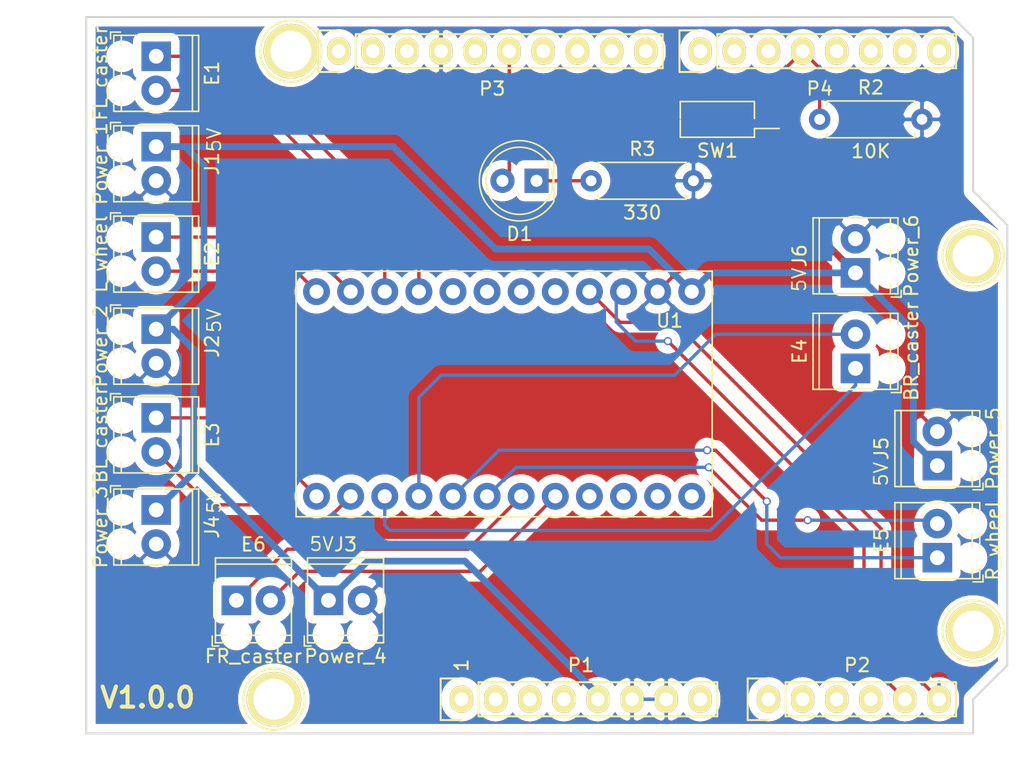
<source format=kicad_pcb>
(kicad_pcb (version 20221018) (generator pcbnew)
  (title_block (date "lun. 30 mars 2015"))
  (layers (0 "F.Cu" signal) (31 "B.Cu" signal) (34 "B.Paste" user) (35 "F.Paste" user) (36 "B.SilkS" user "B.Silkscreen") (37 "F.SilkS" user "F.Silkscreen") (38 "B.Mask" user) (39 "F.Mask" user) (44 "Edge.Cuts" user))
  (net 0 "")
  (net 1 "+5V")
  (net 2 "GND")
  (net 3 "Net-(D1-Pad1)")
  (net 4 "SC0")
  (net 5 "SD0")
  (net 6 "SC1")
  (net 7 "SD1")
  (net 8 "SC2")
  (net 9 "SD2")
  (net 10 "SC3")
  (net 11 "SD3")
  (net 12 "SC4")
  (net 13 "SD4")
  (net 14 "SC5")
  (net 15 "SD5")
  (net 16 "A4(SDA)")
  (net 17 "A5(SCL)")
  (net 18 "4")
  (net 19 "12(MISO)")
  (footprint "Socket_Arduino_Uno:Socket_Strip_Arduino_1x08" (layer "F.Cu") (at 138.938 123.825)
    (fp_text reference "P1" (at 8.89 -2.54) (layer "F.SilkS"))
    (fp_text value "Power")
    (fp_line (start -1.55 -1.55) (end -1.55 1.55) (stroke (width 0.15)) (layer "F.SilkS"))
    (fp_line (start -1.55 1.55) (end 0 1.55) (stroke (width 0.15)) (layer "F.SilkS"))
    (fp_line (start 0 -1.55) (end -1.55 -1.55) (stroke (width 0.15)) (layer "F.SilkS"))
    (fp_line (start 1.27 1.27) (end 1.27 -1.27) (stroke (width 0.15)) (layer "F.SilkS"))
    (fp_line (start 1.27 1.27) (end 19.05 1.27) (stroke (width 0.15)) (layer "F.SilkS"))
    (fp_line (start 19.05 -1.27) (end 1.27 -1.27) (stroke (width 0.15)) (layer "F.SilkS"))
    (fp_line (start 19.05 1.27) (end 19.05 -1.27) (stroke (width 0.15)) (layer "F.SilkS"))
    (pad "1" thru_hole oval locked (at 0 0) (size 1.7272 2.032) (drill 1.016) (layers "*.Cu" "*.Mask" "F.SilkS"))
    (pad "2" thru_hole oval locked (at 2.54 0) (size 1.7272 2.032) (drill 1.016) (layers "*.Cu" "*.Mask" "F.SilkS"))
    (pad "3" thru_hole oval locked (at 5.08 0) (size 1.7272 2.032) (drill 1.016) (layers "*.Cu" "*.Mask" "F.SilkS"))
    (pad "4" thru_hole oval locked (at 7.62 0) (size 1.7272 2.032) (drill 1.016) (layers "*.Cu" "*.Mask" "F.SilkS"))
    (pad "5" thru_hole oval locked (at 10.16 0) (size 1.7272 2.032) (drill 1.016) (layers "*.Cu" "*.Mask" "F.SilkS") (net 1 "+5V"))
    (pad "6" thru_hole oval locked (at 12.7 0) (size 1.7272 2.032) (drill 1.016) (layers "*.Cu" "*.Mask" "F.SilkS") (net 2 "GND"))
    (pad "7" thru_hole oval locked (at 15.24 0) (size 1.7272 2.032) (drill 1.016) (layers "*.Cu" "*.Mask" "F.SilkS") (net 2 "GND"))
    (pad "8" thru_hole oval locked (at 17.78 0) (size 1.7272 2.032) (drill 1.016) (layers "*.Cu" "*.Mask" "F.SilkS"))
  )
  (footprint "Socket_Arduino_Uno:Socket_Strip_Arduino_1x06" (layer "F.Cu") (at 161.798 123.825)
    (fp_text reference "P2" (at 6.604 -2.54) (layer "F.SilkS"))
    (fp_text value "Analog")
    (fp_line (start -1.55 -1.55) (end -1.55 1.55) (stroke (width 0.15)) (layer "F.SilkS"))
    (fp_line (start -1.55 1.55) (end 0 1.55) (stroke (width 0.15)) (layer "F.SilkS"))
    (fp_line (start 0 -1.55) (end -1.55 -1.55) (stroke (width 0.15)) (layer "F.SilkS"))
    (fp_line (start 1.27 1.27) (end 1.27 -1.27) (stroke (width 0.15)) (layer "F.SilkS"))
    (fp_line (start 1.27 1.27) (end 13.97 1.27) (stroke (width 0.15)) (layer "F.SilkS"))
    (fp_line (start 13.97 -1.27) (end 1.27 -1.27) (stroke (width 0.15)) (layer "F.SilkS"))
    (fp_line (start 13.97 1.27) (end 13.97 -1.27) (stroke (width 0.15)) (layer "F.SilkS"))
    (pad "1" thru_hole oval locked (at 0 0) (size 1.7272 2.032) (drill 1.016) (layers "*.Cu" "*.Mask" "F.SilkS"))
    (pad "2" thru_hole oval locked (at 2.54 0) (size 1.7272 2.032) (drill 1.016) (layers "*.Cu" "*.Mask" "F.SilkS"))
    (pad "3" thru_hole oval locked (at 5.08 0) (size 1.7272 2.032) (drill 1.016) (layers "*.Cu" "*.Mask" "F.SilkS"))
    (pad "4" thru_hole oval locked (at 7.62 0) (size 1.7272 2.032) (drill 1.016) (layers "*.Cu" "*.Mask" "F.SilkS"))
    (pad "5" thru_hole oval locked (at 10.16 0) (size 1.7272 2.032) (drill 1.016) (layers "*.Cu" "*.Mask" "F.SilkS") (net 16 "A4(SDA)"))
    (pad "6" thru_hole oval locked (at 12.7 0) (size 1.7272 2.032) (drill 1.016) (layers "*.Cu" "*.Mask" "F.SilkS") (net 17 "A5(SCL)"))
  )
  (footprint "Socket_Arduino_Uno:Socket_Strip_Arduino_1x10" (layer "F.Cu") (at 129.794 75.565)
    (fp_text reference "P3" (at 11.43 2.794) (layer "F.SilkS"))
    (fp_text value "Digital")
    (fp_line (start -1.55 -1.55) (end -1.55 1.55) (stroke (width 0.15)) (layer "F.SilkS"))
    (fp_line (start -1.55 1.55) (end 0 1.55) (stroke (width 0.15)) (layer "F.SilkS"))
    (fp_line (start 0 -1.55) (end -1.55 -1.55) (stroke (width 0.15)) (layer "F.SilkS"))
    (fp_line (start 1.27 1.27) (end 1.27 -1.27) (stroke (width 0.15)) (layer "F.SilkS"))
    (fp_line (start 1.27 1.27) (end 24.13 1.27) (stroke (width 0.15)) (layer "F.SilkS"))
    (fp_line (start 24.13 -1.27) (end 1.27 -1.27) (stroke (width 0.15)) (layer "F.SilkS"))
    (fp_line (start 24.13 1.27) (end 24.13 -1.27) (stroke (width 0.15)) (layer "F.SilkS"))
    (pad "1" thru_hole oval locked (at 0 0) (size 1.7272 2.032) (drill 1.016) (layers "*.Cu" "*.Mask" "F.SilkS") (net 17 "A5(SCL)"))
    (pad "2" thru_hole oval locked (at 2.54 0) (size 1.7272 2.032) (drill 1.016) (layers "*.Cu" "*.Mask" "F.SilkS") (net 16 "A4(SDA)"))
    (pad "3" thru_hole oval locked (at 5.08 0) (size 1.7272 2.032) (drill 1.016) (layers "*.Cu" "*.Mask" "F.SilkS"))
    (pad "4" thru_hole oval locked (at 7.62 0) (size 1.7272 2.032) (drill 1.016) (layers "*.Cu" "*.Mask" "F.SilkS") (net 2 "GND"))
    (pad "5" thru_hole oval locked (at 10.16 0) (size 1.7272 2.032) (drill 1.016) (layers "*.Cu" "*.Mask" "F.SilkS"))
    (pad "6" thru_hole oval locked (at 12.7 0) (size 1.7272 2.032) (drill 1.016) (layers "*.Cu" "*.Mask" "F.SilkS") (net 19 "12(MISO)"))
    (pad "7" thru_hole oval locked (at 15.24 0) (size 1.7272 2.032) (drill 1.016) (layers "*.Cu" "*.Mask" "F.SilkS"))
    (pad "8" thru_hole oval locked (at 17.78 0) (size 1.7272 2.032) (drill 1.016) (layers "*.Cu" "*.Mask" "F.SilkS"))
    (pad "9" thru_hole oval locked (at 20.32 0) (size 1.7272 2.032) (drill 1.016) (layers "*.Cu" "*.Mask" "F.SilkS"))
    (pad "10" thru_hole oval locked (at 22.86 0) (size 1.7272 2.032) (drill 1.016) (layers "*.Cu" "*.Mask" "F.SilkS"))
  )
  (footprint "Socket_Arduino_Uno:Socket_Strip_Arduino_1x08" (layer "F.Cu") (at 156.718 75.565)
    (fp_text reference "P4" (at 8.89 2.794) (layer "F.SilkS"))
    (fp_text value "Digital")
    (fp_line (start -1.55 -1.55) (end -1.55 1.55) (stroke (width 0.15)) (layer "F.SilkS"))
    (fp_line (start -1.55 1.55) (end 0 1.55) (stroke (width 0.15)) (layer "F.SilkS"))
    (fp_line (start 0 -1.55) (end -1.55 -1.55) (stroke (width 0.15)) (layer "F.SilkS"))
    (fp_line (start 1.27 1.27) (end 1.27 -1.27) (stroke (width 0.15)) (layer "F.SilkS"))
    (fp_line (start 1.27 1.27) (end 19.05 1.27) (stroke (width 0.15)) (layer "F.SilkS"))
    (fp_line (start 19.05 -1.27) (end 1.27 -1.27) (stroke (width 0.15)) (layer "F.SilkS"))
    (fp_line (start 19.05 1.27) (end 19.05 -1.27) (stroke (width 0.15)) (layer "F.SilkS"))
    (pad "1" thru_hole oval locked (at 0 0) (size 1.7272 2.032) (drill 1.016) (layers "*.Cu" "*.Mask" "F.SilkS"))
    (pad "2" thru_hole oval locked (at 2.54 0) (size 1.7272 2.032) (drill 1.016) (layers "*.Cu" "*.Mask" "F.SilkS"))
    (pad "3" thru_hole oval locked (at 5.08 0) (size 1.7272 2.032) (drill 1.016) (layers "*.Cu" "*.Mask" "F.SilkS"))
    (pad "4" thru_hole oval locked (at 7.62 0) (size 1.7272 2.032) (drill 1.016) (layers "*.Cu" "*.Mask" "F.SilkS") (net 18 "4"))
    (pad "5" thru_hole oval locked (at 10.16 0) (size 1.7272 2.032) (drill 1.016) (layers "*.Cu" "*.Mask" "F.SilkS"))
    (pad "6" thru_hole oval locked (at 12.7 0) (size 1.7272 2.032) (drill 1.016) (layers "*.Cu" "*.Mask" "F.SilkS"))
    (pad "7" thru_hole oval locked (at 15.24 0) (size 1.7272 2.032) (drill 1.016) (layers "*.Cu" "*.Mask" "F.SilkS"))
    (pad "8" thru_hole oval locked (at 17.78 0) (size 1.7272 2.032) (drill 1.016) (layers "*.Cu" "*.Mask" "F.SilkS"))
  )
  (footprint "Socket_Arduino_Uno:Arduino_1pin" (layer "F.Cu") (at 124.968 123.825)
    (fp_text reference "P5" hide)
    (fp_text value "CONN_01X01" hide)
    (fp_circle (center 0 0) (end 0 -2.286) (stroke (width 0.15)) (fill none) (layer "F.SilkS"))
    (pad "1" thru_hole circle locked (at 0 0) (size 4.064 4.064) (drill 3.048) (layers "*.Cu" "*.Mask" "F.SilkS"))
  )
  (footprint "Socket_Arduino_Uno:Arduino_1pin" (layer "F.Cu") (at 177.038 118.745)
    (fp_text reference "P6" hide)
    (fp_text value "CONN_01X01" hide)
    (fp_circle (center 0 0) (end 0 -2.286) (stroke (width 0.15)) (fill none) (layer "F.SilkS"))
    (pad "1" thru_hole circle locked (at 0 0) (size 4.064 4.064) (drill 3.048) (layers "*.Cu" "*.Mask" "F.SilkS"))
  )
  (footprint "Socket_Arduino_Uno:Arduino_1pin" (layer "F.Cu") (at 126.238 75.565)
    (fp_text reference "P7" hide)
    (fp_text value "CONN_01X01" hide)
    (fp_circle (center 0 0) (end 0 -2.286) (stroke (width 0.15)) (fill none) (layer "F.SilkS"))
    (pad "1" thru_hole circle locked (at 0 0) (size 4.064 4.064) (drill 3.048) (layers "*.Cu" "*.Mask" "F.SilkS"))
  )
  (footprint "Socket_Arduino_Uno:Arduino_1pin" (layer "F.Cu") (at 177.038 90.805)
    (fp_text reference "P8" hide)
    (fp_text value "CONN_01X01" hide)
    (fp_circle (center 0 0) (end 0 -2.286) (stroke (width 0.15)) (fill none) (layer "F.SilkS"))
    (pad "1" thru_hole circle locked (at 0 0) (size 4.064 4.064) (drill 3.048) (layers "*.Cu" "*.Mask" "F.SilkS"))
  )
  (footprint "LED_THT:LED_D5.0mm" (layer "F.Cu") (at 144.526 85.217 180)
    (fp_text reference "D1" (at 1.27 -3.96) (layer "F.SilkS"))
    (fp_text value "LED")
    (fp_line (start -1.29 -1.545) (end -1.29 1.545) (stroke (width 0.12)) (layer "F.SilkS"))
    (fp_arc (start -1.29 -1.54483) (mid 2.072002 -2.880433) (end 4.26 0.000462) (stroke (width 0.12)) (layer "F.SilkS"))
    (fp_arc (start 4.26 -0.000462) (mid 2.072002 2.880433) (end -1.29 1.54483) (stroke (width 0.12)) (layer "F.SilkS"))
    (fp_circle (center 1.27 0) (end 3.77 0) (stroke (width 0.12)) (fill none) (layer "F.SilkS"))
    (pad "1" thru_hole rect (at 0 0 180) (size 1.8 1.8) (drill 0.9) (layers "*.Cu" "*.Mask") (net 3 "Net-(D1-Pad1)"))
    (pad "2" thru_hole circle (at 2.54 0 180) (size 1.8 1.8) (drill 0.9) (layers "*.Cu" "*.Mask") (net 19 "12(MISO)"))
  )
  (footprint "TerminalBlock_Phoenix:TerminalBlock_Phoenix_MPT-0,5-2-2.54_1x02_P2.54mm_Horizontal" (layer "F.Cu") (at 116.205 89.408 -90)
    (fp_text reference "E2" (at 1.27 -4.16 90) (layer "F.SilkS"))
    (fp_text value "L_wheel" (at 1.27 4.16 90) (layer "F.SilkS"))
    (fp_line (start -1.8 2.66) (end -1.8 3.4) (stroke (width 0.12)) (layer "F.SilkS"))
    (fp_line (start -1.8 3.4) (end -1.3 3.4) (stroke (width 0.12)) (layer "F.SilkS"))
    (fp_line (start -1.56 -3.16) (end -1.56 3.16) (stroke (width 0.12)) (layer "F.SilkS"))
    (fp_line (start -1.56 -3.16) (end 4.1 -3.16) (stroke (width 0.12)) (layer "F.SilkS"))
    (fp_line (start -1.56 -2.7) (end 4.1 -2.7) (stroke (width 0.12)) (layer "F.SilkS"))
    (fp_line (start -1.56 2.6) (end -0.79 2.6) (stroke (width 0.12)) (layer "F.SilkS"))
    (fp_line (start -1.56 3.16) (end -0.79 3.16) (stroke (width 0.12)) (layer "F.SilkS"))
    (fp_line (start 0.79 2.6) (end 1.75 2.6) (stroke (width 0.12)) (layer "F.SilkS"))
    (fp_line (start 0.79 3.16) (end 1.75 3.16) (stroke (width 0.12)) (layer "F.SilkS"))
    (fp_line (start 3.33 2.6) (end 4.1 2.6) (stroke (width 0.12)) (layer "F.SilkS"))
    (fp_line (start 3.33 3.16) (end 4.1 3.16) (stroke (width 0.12)) (layer "F.SilkS"))
    (fp_line (start 4.1 -3.16) (end 4.1 3.16) (stroke (width 0.12)) (layer "F.SilkS"))
    (pad "" np_thru_hole circle (at 0 2.54 270) (size 1.1 1.1) (drill 1.1) (layers "*.Cu" "*.Mask"))
    (pad "" np_thru_hole circle (at 2.54 2.54 270) (size 1.1 1.1) (drill 1.1) (layers "*.Cu" "*.Mask"))
    (pad "1" thru_hole rect (at 0 0 270) (size 2.2 2.2) (drill 1.1) (layers "*.Cu" "*.Mask") (net 7 "SD1"))
    (pad "2" thru_hole circle (at 2.54 0 270) (size 2.2 2.2) (drill 1.1) (layers "*.Cu" "*.Mask") (net 6 "SC1"))
  )
  (footprint "TerminalBlock_Phoenix:TerminalBlock_Phoenix_MPT-0,5-2-2.54_1x02_P2.54mm_Horizontal" (layer "F.Cu") (at 168.275 99.187 90)
    (fp_text reference "E4" (at 1.27 -4.16 90) (layer "F.SilkS"))
    (fp_text value "BR_caster" (at 1.27 4.16 90) (layer "F.SilkS"))
    (fp_line (start -1.8 2.66) (end -1.8 3.4) (stroke (width 0.12)) (layer "F.SilkS"))
    (fp_line (start -1.8 3.4) (end -1.3 3.4) (stroke (width 0.12)) (layer "F.SilkS"))
    (fp_line (start -1.56 -3.16) (end -1.56 3.16) (stroke (width 0.12)) (layer "F.SilkS"))
    (fp_line (start -1.56 -3.16) (end 4.1 -3.16) (stroke (width 0.12)) (layer "F.SilkS"))
    (fp_line (start -1.56 -2.7) (end 4.1 -2.7) (stroke (width 0.12)) (layer "F.SilkS"))
    (fp_line (start -1.56 2.6) (end -0.79 2.6) (stroke (width 0.12)) (layer "F.SilkS"))
    (fp_line (start -1.56 3.16) (end -0.79 3.16) (stroke (width 0.12)) (layer "F.SilkS"))
    (fp_line (start 0.79 2.6) (end 1.75 2.6) (stroke (width 0.12)) (layer "F.SilkS"))
    (fp_line (start 0.79 3.16) (end 1.75 3.16) (stroke (width 0.12)) (layer "F.SilkS"))
    (fp_line (start 3.33 2.6) (end 4.1 2.6) (stroke (width 0.12)) (layer "F.SilkS"))
    (fp_line (start 3.33 3.16) (end 4.1 3.16) (stroke (width 0.12)) (layer "F.SilkS"))
    (fp_line (start 4.1 -3.16) (end 4.1 3.16) (stroke (width 0.12)) (layer "F.SilkS"))
    (pad "" np_thru_hole circle (at 0 2.54 90) (size 1.1 1.1) (drill 1.1) (layers "*.Cu" "*.Mask"))
    (pad "" np_thru_hole circle (at 2.54 2.54 90) (size 1.1 1.1) (drill 1.1) (layers "*.Cu" "*.Mask"))
    (pad "1" thru_hole rect (at 0 0 90) (size 2.2 2.2) (drill 1.1) (layers "*.Cu" "*.Mask") (net 11 "SD3"))
    (pad "2" thru_hole circle (at 2.54 0 90) (size 2.2 2.2) (drill 1.1) (layers "*.Cu" "*.Mask") (net 10 "SC3"))
  )
  (footprint "TerminalBlock_Phoenix:TerminalBlock_Phoenix_MPT-0,5-2-2.54_1x02_P2.54mm_Horizontal" (layer "F.Cu") (at 174.371 113.284 90)
    (fp_text reference "E5" (at 1.27 -4.16 90) (layer "F.SilkS"))
    (fp_text value "R_wheel" (at 1.27 4.16 90) (layer "F.SilkS"))
    (fp_line (start -1.8 2.66) (end -1.8 3.4) (stroke (width 0.12)) (layer "F.SilkS"))
    (fp_line (start -1.8 3.4) (end -1.3 3.4) (stroke (width 0.12)) (layer "F.SilkS"))
    (fp_line (start -1.56 -3.16) (end -1.56 3.16) (stroke (width 0.12)) (layer "F.SilkS"))
    (fp_line (start -1.56 -3.16) (end 4.1 -3.16) (stroke (width 0.12)) (layer "F.SilkS"))
    (fp_line (start -1.56 -2.7) (end 4.1 -2.7) (stroke (width 0.12)) (layer "F.SilkS"))
    (fp_line (start -1.56 2.6) (end -0.79 2.6) (stroke (width 0.12)) (layer "F.SilkS"))
    (fp_line (start -1.56 3.16) (end -0.79 3.16) (stroke (width 0.12)) (layer "F.SilkS"))
    (fp_line (start 0.79 2.6) (end 1.75 2.6) (stroke (width 0.12)) (layer "F.SilkS"))
    (fp_line (start 0.79 3.16) (end 1.75 3.16) (stroke (width 0.12)) (layer "F.SilkS"))
    (fp_line (start 3.33 2.6) (end 4.1 2.6) (stroke (width 0.12)) (layer "F.SilkS"))
    (fp_line (start 3.33 3.16) (end 4.1 3.16) (stroke (width 0.12)) (layer "F.SilkS"))
    (fp_line (start 4.1 -3.16) (end 4.1 3.16) (stroke (width 0.12)) (layer "F.SilkS"))
    (pad "" np_thru_hole circle (at 0 2.54 90) (size 1.1 1.1) (drill 1.1) (layers "*.Cu" "*.Mask"))
    (pad "" np_thru_hole circle (at 2.54 2.54 90) (size 1.1 1.1) (drill 1.1) (layers "*.Cu" "*.Mask"))
    (pad "1" thru_hole rect (at 0 0 90) (size 2.2 2.2) (drill 1.1) (layers "*.Cu" "*.Mask") (net 13 "SD4"))
    (pad "2" thru_hole circle (at 2.54 0 90) (size 2.2 2.2) (drill 1.1) (layers "*.Cu" "*.Mask") (net 12 "SC4"))
  )
  (footprint "TerminalBlock_Phoenix:TerminalBlock_Phoenix_MPT-0,5-2-2.54_1x02_P2.54mm_Horizontal" (layer "F.Cu") (at 122.174 116.459)
    (fp_text reference "E6" (at 1.27 -4.16) (layer "F.SilkS"))
    (fp_text value "FR_caster" (at 1.27 4.16) (layer "F.SilkS"))
    (fp_line (start -1.8 2.66) (end -1.8 3.4) (stroke (width 0.12)) (layer "F.SilkS"))
    (fp_line (start -1.8 3.4) (end -1.3 3.4) (stroke (width 0.12)) (layer "F.SilkS"))
    (fp_line (start -1.56 -3.16) (end -1.56 3.16) (stroke (width 0.12)) (layer "F.SilkS"))
    (fp_line (start -1.56 -3.16) (end 4.1 -3.16) (stroke (width 0.12)) (layer "F.SilkS"))
    (fp_line (start -1.56 -2.7) (end 4.1 -2.7) (stroke (width 0.12)) (layer "F.SilkS"))
    (fp_line (start -1.56 2.6) (end -0.79 2.6) (stroke (width 0.12)) (layer "F.SilkS"))
    (fp_line (start -1.56 3.16) (end -0.79 3.16) (stroke (width 0.12)) (layer "F.SilkS"))
    (fp_line (start 0.79 2.6) (end 1.75 2.6) (stroke (width 0.12)) (layer "F.SilkS"))
    (fp_line (start 0.79 3.16) (end 1.75 3.16) (stroke (width 0.12)) (layer "F.SilkS"))
    (fp_line (start 3.33 2.6) (end 4.1 2.6) (stroke (width 0.12)) (layer "F.SilkS"))
    (fp_line (start 3.33 3.16) (end 4.1 3.16) (stroke (width 0.12)) (layer "F.SilkS"))
    (fp_line (start 4.1 -3.16) (end 4.1 3.16) (stroke (width 0.12)) (layer "F.SilkS"))
    (pad "" np_thru_hole circle (at 0 2.54) (size 1.1 1.1) (drill 1.1) (layers "*.Cu" "*.Mask"))
    (pad "" np_thru_hole circle (at 2.54 2.54) (size 1.1 1.1) (drill 1.1) (layers "*.Cu" "*.Mask"))
    (pad "1" thru_hole rect (at 0 0) (size 2.2 2.2) (drill 1.1) (layers "*.Cu" "*.Mask") (net 15 "SD5"))
    (pad "2" thru_hole circle (at 2.54 0) (size 2.2 2.2) (drill 1.1) (layers "*.Cu" "*.Mask") (net 14 "SC5"))
  )
  (footprint "TerminalBlock_Phoenix:TerminalBlock_Phoenix_MPT-0,5-2-2.54_1x02_P2.54mm_Horizontal" (layer "F.Cu") (at 116.205 82.677 -90)
    (fp_text reference "J1" (at 1.27 -4.16 90) (layer "F.SilkS"))
    (fp_text value "Power_1" (at 1.27 4.16 90) (layer "F.SilkS"))
    (fp_line (start -1.8 2.66) (end -1.8 3.4) (stroke (width 0.12)) (layer "F.SilkS"))
    (fp_line (start -1.8 3.4) (end -1.3 3.4) (stroke (width 0.12)) (layer "F.SilkS"))
    (fp_line (start -1.56 -3.16) (end -1.56 3.16) (stroke (width 0.12)) (layer "F.SilkS"))
    (fp_line (start -1.56 -3.16) (end 4.1 -3.16) (stroke (width 0.12)) (layer "F.SilkS"))
    (fp_line (start -1.56 -2.7) (end 4.1 -2.7) (stroke (width 0.12)) (layer "F.SilkS"))
    (fp_line (start -1.56 2.6) (end -0.79 2.6) (stroke (width 0.12)) (layer "F.SilkS"))
    (fp_line (start -1.56 3.16) (end -0.79 3.16) (stroke (width 0.12)) (layer "F.SilkS"))
    (fp_line (start 0.79 2.6) (end 1.75 2.6) (stroke (width 0.12)) (layer "F.SilkS"))
    (fp_line (start 0.79 3.16) (end 1.75 3.16) (stroke (width 0.12)) (layer "F.SilkS"))
    (fp_line (start 3.33 2.6) (end 4.1 2.6) (stroke (width 0.12)) (layer "F.SilkS"))
    (fp_line (start 3.33 3.16) (end 4.1 3.16) (stroke (width 0.12)) (layer "F.SilkS"))
    (fp_line (start 4.1 -3.16) (end 4.1 3.16) (stroke (width 0.12)) (layer "F.SilkS"))
    (pad "" np_thru_hole circle (at 0 2.54 270) (size 1.1 1.1) (drill 1.1) (layers "*.Cu" "*.Mask"))
    (pad "" np_thru_hole circle (at 2.54 2.54 270) (size 1.1 1.1) (drill 1.1) (layers "*.Cu" "*.Mask"))
    (pad "1" thru_hole rect (at 0 0 270) (size 2.2 2.2) (drill 1.1) (layers "*.Cu" "*.Mask") (net 1 "+5V"))
    (pad "2" thru_hole circle (at 2.54 0 270) (size 2.2 2.2) (drill 1.1) (layers "*.Cu" "*.Mask") (net 2 "GND"))
  )
  (footprint "TerminalBlock_Phoenix:TerminalBlock_Phoenix_MPT-0,5-2-2.54_1x02_P2.54mm_Horizontal" (layer "F.Cu") (at 116.205 109.728 -90)
    (fp_text reference "J4" (at 1.27 -4.16 90) (layer "F.SilkS"))
    (fp_text value "Power_3" (at 1.27 4.16 90) (layer "F.SilkS"))
    (fp_line (start -1.8 2.66) (end -1.8 3.4) (stroke (width 0.12)) (layer "F.SilkS"))
    (fp_line (start -1.8 3.4) (end -1.3 3.4) (stroke (width 0.12)) (layer "F.SilkS"))
    (fp_line (start -1.56 -3.16) (end -1.56 3.16) (stroke (width 0.12)) (layer "F.SilkS"))
    (fp_line (start -1.56 -3.16) (end 4.1 -3.16) (stroke (width 0.12)) (layer "F.SilkS"))
    (fp_line (start -1.56 -2.7) (end 4.1 -2.7) (stroke (width 0.12)) (layer "F.SilkS"))
    (fp_line (start -1.56 2.6) (end -0.79 2.6) (stroke (width 0.12)) (layer "F.SilkS"))
    (fp_line (start -1.56 3.16) (end -0.79 3.16) (stroke (width 0.12)) (layer "F.SilkS"))
    (fp_line (start 0.79 2.6) (end 1.75 2.6) (stroke (width 0.12)) (layer "F.SilkS"))
    (fp_line (start 0.79 3.16) (end 1.75 3.16) (stroke (width 0.12)) (layer "F.SilkS"))
    (fp_line (start 3.33 2.6) (end 4.1 2.6) (stroke (width 0.12)) (layer "F.SilkS"))
    (fp_line (start 3.33 3.16) (end 4.1 3.16) (stroke (width 0.12)) (layer "F.SilkS"))
    (fp_line (start 4.1 -3.16) (end 4.1 3.16) (stroke (width 0.12)) (layer "F.SilkS"))
    (pad "" np_thru_hole circle (at 0 2.54 270) (size 1.1 1.1) (drill 1.1) (layers "*.Cu" "*.Mask"))
    (pad "" np_thru_hole circle (at 2.54 2.54 270) (size 1.1 1.1) (drill 1.1) (layers "*.Cu" "*.Mask"))
    (pad "1" thru_hole rect (at 0 0 270) (size 2.2 2.2) (drill 1.1) (layers "*.Cu" "*.Mask") (net 1 "+5V"))
    (pad "2" thru_hole circle (at 2.54 0 270) (size 2.2 2.2) (drill 1.1) (layers "*.Cu" "*.Mask") (net 2 "GND"))
  )
  (footprint "TerminalBlock_Phoenix:TerminalBlock_Phoenix_MPT-0,5-2-2.54_1x02_P2.54mm_Horizontal" (layer "F.Cu") (at 174.371 106.426 90)
    (fp_text reference "J5" (at 1.27 -4.16 90) (layer "F.SilkS"))
    (fp_text value "Power_5" (at 1.27 4.16 90) (layer "F.SilkS"))
    (fp_line (start -1.8 2.66) (end -1.8 3.4) (stroke (width 0.12)) (layer "F.SilkS"))
    (fp_line (start -1.8 3.4) (end -1.3 3.4) (stroke (width 0.12)) (layer "F.SilkS"))
    (fp_line (start -1.56 -3.16) (end -1.56 3.16) (stroke (width 0.12)) (layer "F.SilkS"))
    (fp_line (start -1.56 -3.16) (end 4.1 -3.16) (stroke (width 0.12)) (layer "F.SilkS"))
    (fp_line (start -1.56 -2.7) (end 4.1 -2.7) (stroke (width 0.12)) (layer "F.SilkS"))
    (fp_line (start -1.56 2.6) (end -0.79 2.6) (stroke (width 0.12)) (layer "F.SilkS"))
    (fp_line (start -1.56 3.16) (end -0.79 3.16) (stroke (width 0.12)) (layer "F.SilkS"))
    (fp_line (start 0.79 2.6) (end 1.75 2.6) (stroke (width 0.12)) (layer "F.SilkS"))
    (fp_line (start 0.79 3.16) (end 1.75 3.16) (stroke (width 0.12)) (layer "F.SilkS"))
    (fp_line (start 3.33 2.6) (end 4.1 2.6) (stroke (width 0.12)) (layer "F.SilkS"))
    (fp_line (start 3.33 3.16) (end 4.1 3.16) (stroke (width 0.12)) (layer "F.SilkS"))
    (fp_line (start 4.1 -3.16) (end 4.1 3.16) (stroke (width 0.12)) (layer "F.SilkS"))
    (pad "" np_thru_hole circle (at 0 2.54 90) (size 1.1 1.1) (drill 1.1) (layers "*.Cu" "*.Mask"))
    (pad "" np_thru_hole circle (at 2.54 2.54 90) (size 1.1 1.1) (drill 1.1) (layers "*.Cu" "*.Mask"))
    (pad "1" thru_hole rect (at 0 0 90) (size 2.2 2.2) (drill 1.1) (layers "*.Cu" "*.Mask") (net 1 "+5V"))
    (pad "2" thru_hole circle (at 2.54 0 90) (size 2.2 2.2) (drill 1.1) (layers "*.Cu" "*.Mask") (net 2 "GND"))
  )
  (footprint "Adafruit-TCA9548A:TCA9548A" (layer "F.Cu") (at 148.463 101.092 -90)
    (fp_text reference "U1" (at -5.461 -5.969) (layer "F.SilkS"))
    (fp_text value "TCA9548A")
    (fp_line (start -9.144 -9.144) (end 9.144 -9.144) (stroke (width 0.12)) (layer "F.SilkS"))
    (fp_line (start -9.144 21.844) (end -9.144 -9.144) (stroke (width 0.12)) (layer "F.SilkS"))
    (fp_line (start 9.144 -9.144) (end 9.144 21.844) (stroke (width 0.12)) (layer "F.SilkS"))
    (fp_line (start 9.144 21.844) (end -9.144 21.844) (stroke (width 0.12)) (layer "F.SilkS"))
    (pad "1" thru_hole circle (at -7.62 -7.62 270) (size 2 2) (drill 1.05) (layers "*.Cu" "*.Mask") (net 1 "+5V"))
    (pad "2" thru_hole circle (at -7.62 -5.08 270) (size 2 2) (drill 1.05) (layers "*.Cu" "*.Mask") (net 2 "GND"))
    (pad "3" thru_hole circle (at -7.62 -2.54 270) (size 2 2) (drill 1.05) (layers "*.Cu" "*.Mask") (net 16 "A4(SDA)"))
    (pad "4" thru_hole circle (at -7.62 0 270) (size 2 2) (drill 1.05) (layers "*.Cu" "*.Mask") (net 17 "A5(SCL)"))
    (pad "5" thru_hole circle (at -7.62 2.54 270) (size 2 2) (drill 1.05) (layers "*.Cu" "*.Mask"))
    (pad "6" thru_hole circle (at -7.62 5.08 270) (size 2 2) (drill 1.05) (layers "*.Cu" "*.Mask"))
    (pad "7" thru_hole circle (at -7.62 7.62 270) (size 2 2) (drill 1.05) (layers "*.Cu" "*.Mask"))
    (pad "8" thru_hole circle (at -7.62 10.16 270) (size 2 2) (drill 1.05) (layers "*.Cu" "*.Mask"))
    (pad "9" thru_hole circle (at -7.62 12.7 270) (size 2 2) (drill 1.05) (layers "*.Cu" "*.Mask") (net 5 "SD0"))
    (pad "10" thru_hole circle (at -7.62 15.24 270) (size 2 2) (drill 1.05) (layers "*.Cu" "*.Mask") (net 4 "SC0"))
    (pad "11" thru_hole circle (at -7.62 17.78 270) (size 2 2) (drill 1.05) (layers "*.Cu" "*.Mask") (net 7 "SD1"))
    (pad "12" thru_hole circle (at -7.62 20.32 270) (size 2 2) (drill 1.05) (layers "*.Cu" "*.Mask") (net 6 "SC1"))
    (pad "13" thru_hole circle (at 7.62 20.32 270) (size 2 2) (drill 1.05) (layers "*.Cu" "*.Mask") (net 9 "SD2"))
    (pad "14" thru_hole circle (at 7.62 17.78 270) (size 2 2) (drill 1.05) (layers "*.Cu" "*.Mask") (net 8 "SC2"))
    (pad "15" thru_hole circle (at 7.62 15.24 270) (size 2 2) (drill 1.05) (layers "*.Cu" "*.Mask") (net 11 "SD3"))
    (pad "16" thru_hole circle (at 7.62 12.7 270) (size 2 2) (drill 1.05) (layers "*.Cu" "*.Mask") (net 10 "SC3"))
    (pad "17" thru_hole circle (at 7.62 10.16 270) (size 2 2) (drill 1.05) (layers "*.Cu" "*.Mask") (net 13 "SD4"))
    (pad "18" thru_hole circle (at 7.62 7.62 270) (size 2 2) (drill 1.05) (layers "*.Cu" "*.Mask") (net 12 "SC4"))
    (pad "19" thru_hole circle (at 7.62 5.08 270) (size 2 2) (drill 1.05) (layers "*.Cu" "*.Mask") (net 15 "SD5"))
    (pad "20" thru_hole circle (at 7.62 2.54 270) (size 2 2) (drill 1.05) (layers "*.Cu" "*.Mask") (net 14 "SC5"))
    (pad "21" thru_hole circle (at 7.62 0 270) (size 2 2) (drill 1.05) (layers "*.Cu" "*.Mask"))
    (pad "22" thru_hole circle (at 7.62 -2.54 270) (size 2 2) (drill 1.05) (layers "*.Cu" "*.Mask"))
    (pad "23" thru_hole circle (at 7.62 -5.08 270) (size 2 2) (drill 1.05) (layers "*.Cu" "*.Mask"))
    (pad "24" thru_hole circle (at 7.62 -7.62 270) (size 2 2) (drill 1.05) (layers "*.Cu" "*.Mask"))
  )
  (footprint "TerminalBlock_Phoenix:TerminalBlock_Phoenix_MPT-0,5-2-2.54_1x02_P2.54mm_Horizontal" (layer "F.Cu") (at 129.032 116.459)
    (fp_text reference "J3" (at 1.27 -4.16) (layer "F.SilkS"))
    (fp_text value "Power_4" (at 1.27 4.16) (layer "F.SilkS"))
    (fp_line (start -1.8 2.66) (end -1.8 3.4) (stroke (width 0.12)) (layer "F.SilkS"))
    (fp_line (start -1.8 3.4) (end -1.3 3.4) (stroke (width 0.12)) (layer "F.SilkS"))
    (fp_line (start -1.56 -3.16) (end -1.56 3.16) (stroke (width 0.12)) (layer "F.SilkS"))
    (fp_line (start -1.56 -3.16) (end 4.1 -3.16) (stroke (width 0.12)) (layer "F.SilkS"))
    (fp_line (start -1.56 -2.7) (end 4.1 -2.7) (stroke (width 0.12)) (layer "F.SilkS"))
    (fp_line (start -1.56 2.6) (end -0.79 2.6) (stroke (width 0.12)) (layer "F.SilkS"))
    (fp_line (start -1.56 3.16) (end -0.79 3.16) (stroke (width 0.12)) (layer "F.SilkS"))
    (fp_line (start 0.79 2.6) (end 1.75 2.6) (stroke (width 0.12)) (layer "F.SilkS"))
    (fp_line (start 0.79 3.16) (end 1.75 3.16) (stroke (width 0.12)) (layer "F.SilkS"))
    (fp_line (start 3.33 2.6) (end 4.1 2.6) (stroke (width 0.12)) (layer "F.SilkS"))
    (fp_line (start 3.33 3.16) (end 4.1 3.16) (stroke (width 0.12)) (layer "F.SilkS"))
    (fp_line (start 4.1 -3.16) (end 4.1 3.16) (stroke (width 0.12)) (layer "F.SilkS"))
    (pad "" np_thru_hole circle (at 0 2.54) (size 1.1 1.1) (drill 1.1) (layers "*.Cu" "*.Mask"))
    (pad "" np_thru_hole circle (at 2.54 2.54) (size 1.1 1.1) (drill 1.1) (layers "*.Cu" "*.Mask"))
    (pad "1" thru_hole rect (at 0 0) (size 2.2 2.2) (drill 1.1) (layers "*.Cu" "*.Mask") (net 1 "+5V"))
    (pad "2" thru_hole circle (at 2.54 0) (size 2.2 2.2) (drill 1.1) (layers "*.Cu" "*.Mask") (net 2 "GND"))
  )
  (footprint "Button_Switch_SMD:SW_DIP_SPSTx01_Slide_Copal_CHS-01B_W7.62mm_P1.27mm" (layer "F.Cu") (at 157.988 80.645 180)
    (fp_text reference "SW1" (at 0 -2.33) (layer "F.SilkS"))
    (fp_text value "SW_DIP_x01")
    (fp_line (start -4.61 -0.68) (end -2.76 -0.68) (stroke (width 0.12)) (layer "F.SilkS"))
    (fp_line (start -2.76 -1.33) (end -2.76 -0.68) (stroke (width 0.12)) (layer "F.SilkS"))
    (fp_line (start -2.76 -1.33) (end 2.76 -1.33) (stroke (width 0.12)) (layer "F.SilkS"))
    (fp_line (start -2.76 0.061) (end -2.76 1.33) (stroke (width 0.12)) (layer "F.SilkS"))
    (fp_line (start -2.76 1.33) (end 2.76 1.33) (stroke (width 0.12)) (layer "F.SilkS"))
    (fp_line (start 2.76 -1.33) (end 2.76 -0.061) (stroke (width 0.12)) (layer "F.SilkS"))
    (fp_line (start 2.76 0.061) (end 2.76 1.33) (stroke (width 0.12)) (layer "F.SilkS"))
    (pad "1" smd rect (at -3.81 0 180) (size 1.6 0.76) (layers "F.Cu" "F.Paste" "F.Mask") (net 1 "+5V"))
    (pad "2" smd rect (at 3.81 0 180) (size 1.6 0.76) (layers "F.Cu" "F.Paste" "F.Mask") (net 18 "4"))
  )
  (footprint "TerminalBlock_Phoenix:TerminalBlock_Phoenix_MPT-0,5-2-2.54_1x02_P2.54mm_Horizontal" (layer "F.Cu") (at 116.205 102.87 -90)
    (fp_text reference "E3" (at 1.27 -4.16 90) (layer "F.SilkS"))
    (fp_text value "BL_caster" (at 1.27 4.16 90) (layer "F.SilkS"))
    (fp_line (start -1.8 2.66) (end -1.8 3.4) (stroke (width 0.12)) (layer "F.SilkS"))
    (fp_line (start -1.8 3.4) (end -1.3 3.4) (stroke (width 0.12)) (layer "F.SilkS"))
    (fp_line (start -1.56 -3.16) (end -1.56 3.16) (stroke (width 0.12)) (layer "F.SilkS"))
    (fp_line (start -1.56 -3.16) (end 4.1 -3.16) (stroke (width 0.12)) (layer "F.SilkS"))
    (fp_line (start -1.56 -2.7) (end 4.1 -2.7) (stroke (width 0.12)) (layer "F.SilkS"))
    (fp_line (start -1.56 2.6) (end -0.79 2.6) (stroke (width 0.12)) (layer "F.SilkS"))
    (fp_line (start -1.56 3.16) (end -0.79 3.16) (stroke (width 0.12)) (layer "F.SilkS"))
    (fp_line (start 0.79 2.6) (end 1.75 2.6) (stroke (width 0.12)) (layer "F.SilkS"))
    (fp_line (start 0.79 3.16) (end 1.75 3.16) (stroke (width 0.12)) (layer "F.SilkS"))
    (fp_line (start 3.33 2.6) (end 4.1 2.6) (stroke (width 0.12)) (layer "F.SilkS"))
    (fp_line (start 3.33 3.16) (end 4.1 3.16) (stroke (width 0.12)) (layer "F.SilkS"))
    (fp_line (start 4.1 -3.16) (end 4.1 3.16) (stroke (width 0.12)) (layer "F.SilkS"))
    (pad "" np_thru_hole circle (at 0 2.54 270) (size 1.1 1.1) (drill 1.1) (layers "*.Cu" "*.Mask"))
    (pad "" np_thru_hole circle (at 2.54 2.54 270) (size 1.1 1.1) (drill 1.1) (layers "*.Cu" "*.Mask"))
    (pad "1" thru_hole rect (at 0 0 270) (size 2.2 2.2) (drill 1.1) (layers "*.Cu" "*.Mask") (net 9 "SD2"))
    (pad "2" thru_hole circle (at 2.54 0 270) (size 2.2 2.2) (drill 1.1) (layers "*.Cu" "*.Mask") (net 8 "SC2"))
  )
  (footprint "TerminalBlock_Phoenix:TerminalBlock_Phoenix_MPT-0,5-2-2.54_1x02_P2.54mm_Horizontal" (layer "F.Cu") (at 116.205 96.266 -90)
    (fp_text reference "J2" (at 1.27 -4.16 90) (layer "F.SilkS"))
    (fp_text value "Power_2" (at 1.27 4.16 90) (layer "F.SilkS"))
    (fp_line (start -1.8 2.66) (end -1.8 3.4) (stroke (width 0.12)) (layer "F.SilkS"))
    (fp_line (start -1.8 3.4) (end -1.3 3.4) (stroke (width 0.12)) (layer "F.SilkS"))
    (fp_line (start -1.56 -3.16) (end -1.56 3.16) (stroke (width 0.12)) (layer "F.SilkS"))
    (fp_line (start -1.56 -3.16) (end 4.1 -3.16) (stroke (width 0.12)) (layer "F.SilkS"))
    (fp_line (start -1.56 -2.7) (end 4.1 -2.7) (stroke (width 0.12)) (layer "F.SilkS"))
    (fp_line (start -1.56 2.6) (end -0.79 2.6) (stroke (width 0.12)) (layer "F.SilkS"))
    (fp_line (start -1.56 3.16) (end -0.79 3.16) (stroke (width 0.12)) (layer "F.SilkS"))
    (fp_line (start 0.79 2.6) (end 1.75 2.6) (stroke (width 0.12)) (layer "F.SilkS"))
    (fp_line (start 0.79 3.16) (end 1.75 3.16) (stroke (width 0.12)) (layer "F.SilkS"))
    (fp_line (start 3.33 2.6) (end 4.1 2.6) (stroke (width 0.12)) (layer "F.SilkS"))
    (fp_line (start 3.33 3.16) (end 4.1 3.16) (stroke (width 0.12)) (layer "F.SilkS"))
    (fp_line (start 4.1 -3.16) (end 4.1 3.16) (stroke (width 0.12)) (layer "F.SilkS"))
    (pad "" np_thru_hole circle (at 0 2.54 270) (size 1.1 1.1) (drill 1.1) (layers "*.Cu" "*.Mask"))
    (pad "" np_thru_hole circle (at 2.54 2.54 270) (size 1.1 1.1) (drill 1.1) (layers "*.Cu" "*.Mask"))
    (pad "1" thru_hole rect (at 0 0 270) (size 2.2 2.2) (drill 1.1) (layers "*.Cu" "*.Mask") (net 1 "+5V"))
    (pad "2" thru_hole circle (at 2.54 0 270) (size 2.2 2.2) (drill 1.1) (layers "*.Cu" "*.Mask") (net 2 "GND"))
  )
  (footprint "Resistor_THT:R_Axial_DIN0207_L6.3mm_D2.5mm_P7.62mm_Horizontal" (layer "F.Cu") (at 165.608 80.645)
    (fp_text reference "R2" (at 3.81 -2.37) (layer "F.SilkS"))
    (fp_text value "10K" (at 3.81 2.37) (layer "F.SilkS"))
    (fp_line (start 0.54 -1.37) (end 7.08 -1.37) (stroke (width 0.12)) (layer "F.SilkS"))
    (fp_line (start 0.54 -1.04) (end 0.54 -1.37) (stroke (width 0.12)) (layer "F.SilkS"))
    (fp_line (start 0.54 1.04) (end 0.54 1.37) (stroke (width 0.12)) (layer "F.SilkS"))
    (fp_line (start 0.54 1.37) (end 7.08 1.37) (stroke (width 0.12)) (layer "F.SilkS"))
    (fp_line (start 7.08 -1.37) (end 7.08 -1.04) (stroke (width 0.12)) (layer "F.SilkS"))
    (fp_line (start 7.08 1.37) (end 7.08 1.04) (stroke (width 0.12)) (layer "F.SilkS"))
    (pad "1" thru_hole circle (at 0 0) (size 1.6 1.6) (drill 0.8) (layers "*.Cu" "*.Mask") (net 18 "4"))
    (pad "2" thru_hole oval (at 7.62 0) (size 1.6 1.6) (drill 0.8) (layers "*.Cu" "*.Mask") (net 2 "GND"))
  )
  (footprint "Resistor_THT:R_Axial_DIN0207_L6.3mm_D2.5mm_P7.62mm_Horizontal" (layer "F.Cu") (at 148.59 85.217)
    (fp_text reference "R3" (at 3.81 -2.37) (layer "F.SilkS"))
    (fp_text value "330" (at 3.81 2.37) (layer "F.SilkS"))
    (fp_line (start 0.54 -1.37) (end 7.08 -1.37) (stroke (width 0.12)) (layer "F.SilkS"))
    (fp_line (start 0.54 -1.04) (end 0.54 -1.37) (stroke (width 0.12)) (layer "F.SilkS"))
    (fp_line (start 0.54 1.04) (end 0.54 1.37) (stroke (width 0.12)) (layer "F.SilkS"))
    (fp_line (start 0.54 1.37) (end 7.08 1.37) (stroke (width 0.12)) (layer "F.SilkS"))
    (fp_line (start 7.08 -1.37) (end 7.08 -1.04) (stroke (width 0.12)) (layer "F.SilkS"))
    (fp_line (start 7.08 1.37) (end 7.08 1.04) (stroke (width 0.12)) (layer "F.SilkS"))
    (pad "1" thru_hole circle (at 0 0) (size 1.6 1.6) (drill 0.8) (layers "*.Cu" "*.Mask") (net 3 "Net-(D1-Pad1)"))
    (pad "2" thru_hole oval (at 7.62 0) (size 1.6 1.6) (drill 0.8) (layers "*.Cu" "*.Mask") (net 2 "GND"))
  )
  (footprint "TerminalBlock_Phoenix:TerminalBlock_Phoenix_MPT-0,5-2-2.54_1x02_P2.54mm_Horizontal" (layer "F.Cu") (at 116.205 75.946 -90)
    (fp_text reference "E1" (at 1.27 -4.16 90) (layer "F.SilkS"))
    (fp_text value "FL_caster" (at 1.27 4.16 90) (layer "F.SilkS"))
    (fp_line (start -1.8 2.66) (end -1.8 3.4) (stroke (width 0.12)) (layer "F.SilkS"))
    (fp_line (start -1.8 3.4) (end -1.3 3.4) (stroke (width 0.12)) (layer "F.SilkS"))
    (fp_line (start -1.56 -3.16) (end -1.56 3.16) (stroke (width 0.12)) (layer "F.SilkS"))
    (fp_line (start -1.56 -3.16) (end 4.1 -3.16) (stroke (width 0.12)) (layer "F.SilkS"))
    (fp_line (start -1.56 -2.7) (end 4.1 -2.7) (stroke (width 0.12)) (layer "F.SilkS"))
    (fp_line (start -1.56 2.6) (end -0.79 2.6) (stroke (width 0.12)) (layer "F.SilkS"))
    (fp_line (start -1.56 3.16) (end -0.79 3.16) (stroke (width 0.12)) (layer "F.SilkS"))
    (fp_line (start 0.79 2.6) (end 1.75 2.6) (stroke (width 0.12)) (layer "F.SilkS"))
    (fp_line (start 0.79 3.16) (end 1.75 3.16) (stroke (width 0.12)) (layer "F.SilkS"))
    (fp_line (start 3.33 2.6) (end 4.1 2.6) (stroke (width 0.12)) (layer "F.SilkS"))
    (fp_line (start 3.33 3.16) (end 4.1 3.16) (stroke (width 0.12)) (layer "F.SilkS"))
    (fp_line (start 4.1 -3.16) (end 4.1 3.16) (stroke (width 0.12)) (layer "F.SilkS"))
    (pad "" np_thru_hole circle (at 0 2.54 270) (size 1.1 1.1) (drill 1.1) (layers "*.Cu" "*.Mask"))
    (pad "" np_thru_hole circle (at 2.54 2.54 270) (size 1.1 1.1) (drill 1.1) (layers "*.Cu" "*.Mask"))
    (pad "1" thru_hole rect (at 0 0 270) (size 2.2 2.2) (drill 1.1) (layers "*.Cu" "*.Mask") (net 5 "SD0"))
    (pad "2" thru_hole circle (at 2.54 0 270) (size 2.2 2.2) (drill 1.1) (layers "*.Cu" "*.Mask") (net 4 "SC0"))
  )
  (footprint "TerminalBlock_Phoenix:TerminalBlock_Phoenix_MPT-0,5-2-2.54_1x02_P2.54mm_Horizontal" (layer "F.Cu") (at 168.275 92.075 90)
    (fp_text reference "J6" (at 1.27 -4.16 90) (layer "F.SilkS"))
    (fp_text value "Power_6" (at 1.27 4.16 90) (layer "F.SilkS"))
    (fp_line (start -1.8 2.66) (end -1.8 3.4) (stroke (width 0.12)) (layer "F.SilkS"))
    (fp_line (start -1.8 3.4) (end -1.3 3.4) (stroke (width 0.12)) (layer "F.SilkS"))
    (fp_line (start -1.56 -3.16) (end -1.56 3.16) (stroke (width 0.12)) (layer "F.SilkS"))
    (fp_line (start -1.56 -3.16) (end 4.1 -3.16) (stroke (width 0.12)) (layer "F.SilkS"))
    (fp_line (start -1.56 -2.7) (end 4.1 -2.7) (stroke (width 0.12)) (layer "F.SilkS"))
    (fp_line (start -1.56 2.6) (end -0.79 2.6) (stroke (width 0.12)) (layer "F.SilkS"))
    (fp_line (start -1.56 3.16) (end -0.79 3.16) (stroke (width 0.12)) (layer "F.SilkS"))
    (fp_line (start 0.79 2.6) (end 1.75 2.6) (stroke (width 0.12)) (layer "F.SilkS"))
    (fp_line (start 0.79 3.16) (end 1.75 3.16) (stroke (width 0.12)) (layer "F.SilkS"))
    (fp_line (start 3.33 2.6) (end 4.1 2.6) (stroke (width 0.12)) (layer "F.SilkS"))
    (fp_line (start 3.33 3.16) (end 4.1 3.16) (stroke (width 0.12)) (layer "F.SilkS"))
    (fp_line (start 4.1 -3.16) (end 4.1 3.16) (stroke (width 0.12)) (layer "F.SilkS"))
    (pad "" np_thru_hole circle (at 0 2.54 90) (size 1.1 1.1) (drill 1.1) (layers "*.Cu" "*.Mask"))
    (pad "" np_thru_hole circle (at 2.54 2.54 90) (size 1.1 1.1) (drill 1.1) (layers "*.Cu" "*.Mask"))
    (pad "1" thru_hole rect (at 0 0 90) (size 2.2 2.2) (drill 1.1) (layers "*.Cu" "*.Mask") (net 1 "+5V"))
    (pad "2" thru_hole circle (at 2.54 0 90) (size 2.2 2.2) (drill 1.1) (layers "*.Cu" "*.Mask") (net 2 "GND"))
  )
  (gr_line (start 179.578 88.519) (end 177.038 85.979) (stroke (width 0.15)) (layer "Edge.Cuts"))
  (gr_line (start 177.038 74.549) (end 175.514 73.025) (stroke (width 0.15)) (layer "Edge.Cuts"))
  (gr_line (start 110.998 73.025) (end 110.998 126.365) (stroke (width 0.15)) (layer "Edge.Cuts"))
  (gr_line (start 110.998 126.365) (end 177.038 126.365) (stroke (width 0.15)) (layer "Edge.Cuts"))
  (gr_line (start 175.514 73.025) (end 110.998 73.025) (stroke (width 0.15)) (layer "Edge.Cuts"))
  (gr_line (start 179.578 121.285) (end 179.578 88.519) (stroke (width 0.15)) (layer "Edge.Cuts"))
  (gr_line (start 177.038 126.365) (end 177.038 123.825) (stroke (width 0.15)) (layer "Edge.Cuts"))
  (gr_line (start 177.038 85.979) (end 177.038 74.549) (stroke (width 0.15)) (layer "Edge.Cuts"))
  (gr_line (start 177.038 123.825) (end 179.578 121.285) (stroke (width 0.15)) (layer "Edge.Cuts"))
  (gr_text "5V" (at 164.084 92.583 90) (layer "F.SilkS") (effects (font (size 1 1) (thickness 0.125))))
  (gr_text "5V" (at 120.523 95.631 90) (layer "F.SilkS") (effects (font (size 1 1) (thickness 0.125))))
  (gr_text "V1.0.0\n" (at 115.57 123.698) (layer "F.SilkS") (effects (font (size 1.5 1.5) (thickness 0.3))))
  (gr_text "5V" (at 120.523 109.093 90) (layer "F.SilkS") (effects (font (size 1 1) (thickness 0.125))))
  (gr_text "5V" (at 128.524 112.268) (layer "F.SilkS") (effects (font (size 1 1) (thickness 0.125))))
  (gr_text "5V" (at 120.523 82.169 90) (layer "F.SilkS") (effects (font (size 1 1) (thickness 0.125))))
  (gr_text "1" (at 138.938 121.285 90) (layer "F.SilkS") (effects (font (size 1 1))))
  (gr_text "5V" (at 170.18 107.061 90) (layer "F.SilkS") (effects (font (size 1 1) (thickness 0.125))))
  (segment (start 161.798 85.598) (end 168.275 92.075) (width 0.5) (layer "F.Cu") (net 1))
  (segment (start 161.798 80.645) (end 161.798 85.598) (width 0.5) (layer "F.Cu") (net 1))
  (segment (start 116.205 96.266) (end 117.475 96.266) (width 0.5) (layer "B.Cu") (net 1))
  (segment (start 131.953 113.538) (end 129.032 116.459) (width 0.5) (layer "B.Cu") (net 1))
  (segment (start 157.48 92.075) (end 156.083 93.472) (width 0.5) (layer "B.Cu") (net 1))
  (segment (start 141.478 90.297) (end 152.908 90.297) (width 0.5) (layer "B.Cu") (net 1))
  (segment (start 119.761 84.074) (end 119.761 92.71) (width 0.5) (layer "B.Cu") (net 1))
  (segment (start 168.275 92.075) (end 172.593 96.393) (width 0.5) (layer "B.Cu") (net 1))
  (segment (start 139.192 113.538) (end 131.953 113.538) (width 0.5) (layer "B.Cu") (net 1))
  (segment (start 149.098 123.825) (end 149.098 123.444) (width 0.5) (layer "B.Cu") (net 1))
  (segment (start 172.593 96.393) (end 172.593 104.648) (width 0.5) (layer "B.Cu") (net 1))
  (segment (start 119.761 92.71) (end 116.205 96.266) (width 0.5) (layer "B.Cu") (net 1))
  (segment (start 116.205 82.677) (end 133.858 82.677) (width 0.5) (layer "B.Cu") (net 1))
  (segment (start 152.908 90.297) (end 156.083 93.472) (width 0.5) (layer "B.Cu") (net 1))
  (segment (start 118.999 106.426) (end 118.999 106.934) (width 0.5) (layer "B.Cu") (net 1))
  (segment (start 118.999 97.79) (end 118.999 106.426) (width 0.5) (layer "B.Cu") (net 1))
  (segment (start 117.475 96.266) (end 118.999 97.79) (width 0.5) (layer "B.Cu") (net 1))
  (segment (start 116.205 82.677) (end 118.364 82.677) (width 0.5) (layer "B.Cu") (net 1))
  (segment (start 129.032 116.459) (end 118.999 106.426) (width 0.5) (layer "B.Cu") (net 1))
  (segment (start 118.364 82.677) (end 119.761 84.074) (width 0.5) (layer "B.Cu") (net 1))
  (segment (start 133.858 82.677) (end 141.478 90.297) (width 0.5) (layer "B.Cu") (net 1))
  (segment (start 172.593 104.648) (end 174.371 106.426) (width 0.5) (layer "B.Cu") (net 1))
  (segment (start 118.999 106.934) (end 116.205 109.728) (width 0.5) (layer "B.Cu") (net 1))
  (segment (start 168.275 92.075) (end 157.48 92.075) (width 0.5) (layer "B.Cu") (net 1))
  (segment (start 149.098 123.444) (end 139.192 113.538) (width 0.5) (layer "B.Cu") (net 1))
  (segment (start 144.526 85.217) (end 148.59 85.217) (width 0.25) (layer "F.Cu") (net 3))
  (segment (start 116.205 78.486) (end 122.555 78.486) (width 0.25) (layer "F.Cu") (net 4))
  (segment (start 133.223 89.027) (end 122.682 78.486) (width 0.25) (layer "F.Cu") (net 4))
  (segment (start 122.682 78.486) (end 122.555 78.486) (width 0.25) (layer "F.Cu") (net 4))
  (segment (start 133.223 93.472) (end 133.223 89.027) (width 0.25) (layer "F.Cu") (net 4))
  (segment (start 121.793 75.946) (end 135.763 89.916) (width 0.25) (layer "F.Cu") (net 5))
  (segment (start 116.205 75.946) (end 121.793 75.946) (width 0.25) (layer "F.Cu") (net 5))
  (segment (start 135.763 89.916) (end 135.763 93.472) (width 0.25) (layer "F.Cu") (net 5))
  (segment (start 116.205 91.948) (end 126.619 91.948) (width 0.25) (layer "F.Cu") (net 6))
  (segment (start 126.619 91.948) (end 128.143 93.472) (width 0.25) (layer "F.Cu") (net 6))
  (segment (start 116.205 89.408) (end 126.619 89.408) (width 0.25) (layer "F.Cu") (net 7))
  (segment (start 126.619 89.408) (end 130.683 93.472) (width 0.25) (layer "F.Cu") (net 7))
  (segment (start 124.968 109.347) (end 126.492 110.871) (width 0.25) (layer "F.Cu") (net 8))
  (segment (start 126.492 110.871) (end 128.524 110.871) (width 0.25) (layer "F.Cu") (net 8))
  (segment (start 116.205 105.41) (end 120.142 109.347) (width 0.25) (layer "F.Cu") (net 8))
  (segment (start 128.524 110.871) (end 130.683 108.712) (width 0.25) (layer "F.Cu") (net 8))
  (segment (start 120.142 109.347) (end 124.968 109.347) (width 0.25) (layer "F.Cu") (net 8))
  (segment (start 116.205 102.87) (end 122.301 102.87) (width 0.25) (layer "F.Cu") (net 9))
  (segment (start 122.301 102.87) (end 128.143 108.712) (width 0.25) (layer "F.Cu") (net 9))
  (segment (start 154.813 99.695) (end 137.414 99.695) (width 0.25) (layer "B.Cu") (net 10))
  (segment (start 157.861 96.647) (end 154.813 99.695) (width 0.25) (layer "B.Cu") (net 10))
  (segment (start 137.414 99.695) (end 135.763 101.346) (width 0.25) (layer "B.Cu") (net 10))
  (segment (start 135.763 101.346) (end 135.763 108.712) (width 0.25) (layer "B.Cu") (net 10))
  (segment (start 168.275 96.647) (end 157.861 96.647) (width 0.25) (layer "B.Cu") (net 10))
  (segment (start 168.275 100.457) (end 157.48 111.252) (width 0.25) (layer "B.Cu") (net 11))
  (segment (start 133.223 110.871) (end 133.223 108.712) (width 0.25) (layer "B.Cu") (net 11))
  (segment (start 133.604 111.252) (end 133.223 110.871) (width 0.25) (layer "B.Cu") (net 11))
  (segment (start 168.275 99.187) (end 167.513 99.187) (width 0.25) (layer "B.Cu") (net 11))
  (segment (start 168.275 99.187) (end 168.275 100.457) (width 0.25) (layer "B.Cu") (net 11))
  (segment (start 157.48 111.252) (end 133.604 111.252) (width 0.25) (layer "B.Cu") (net 11))
  (segment (start 157.353 106.553) (end 161.29 110.49) (width 0.25) (layer "F.Cu") (net 12))
  (segment (start 161.29 110.49) (end 164.719 110.49) (width 0.25) (layer "F.Cu") (net 12))
  (via (at 157.353 106.553) (size 0.6) (drill 0.4) (layers "F.Cu" "B.Cu") (net 12))
  (via (at 164.719 110.49) (size 0.6) (drill 0.4) (layers "F.Cu" "B.Cu") (net 12))
  (segment (start 143.002 106.553) (end 157.353 106.553) (width 0.25) (layer "B.Cu") (net 12))
  (segment (start 164.719 110.49) (end 174.117 110.49) (width 0.25) (layer "B.Cu") (net 12))
  (segment (start 140.843 108.712) (end 143.002 106.553) (width 0.25) (layer "B.Cu") (net 12))
  (segment (start 174.117 110.49) (end 174.371 110.744) (width 0.25) (layer "B.Cu") (net 12))
  (segment (start 157.226 106.426) (end 157.353 106.553) (width 0.25) (layer "B.Cu") (net 12))
  (segment (start 157.226 105.283) (end 157.861 105.283) (width 0.25) (layer "F.Cu") (net 13))
  (segment (start 157.861 105.283) (end 161.671 109.093) (width 0.25) (layer "F.Cu") (net 13))
  (via (at 157.226 105.283) (size 0.6) (drill 0.4) (layers "F.Cu" "B.Cu") (net 13))
  (via (at 161.671 109.093) (size 0.6) (drill 0.4) (layers "F.Cu" "B.Cu") (net 13))
  (segment (start 138.303 108.712) (end 141.732 105.283) (width 0.25) (layer "B.Cu") (net 13))
  (segment (start 162.687 113.284) (end 174.371 113.284) (width 0.25) (layer "B.Cu") (net 13))
  (segment (start 161.671 112.268) (end 162.687 113.284) (width 0.25) (layer "B.Cu") (net 13))
  (segment (start 141.732 105.283) (end 157.226 105.283) (width 0.25) (layer "B.Cu") (net 13))
  (segment (start 161.671 109.093) (end 161.671 112.268) (width 0.25) (layer "B.Cu") (net 13))
  (segment (start 126.873 114.3) (end 140.335 114.3) (width 0.25) (layer "F.Cu") (net 14))
  (segment (start 140.335 114.3) (end 145.923 108.712) (width 0.25) (layer "F.Cu") (net 14))
  (segment (start 124.714 116.459) (end 126.873 114.3) (width 0.25) (layer "F.Cu") (net 14))
  (segment (start 125.984 112.649) (end 139.446 112.649) (width 0.25) (layer "F.Cu") (net 15))
  (segment (start 139.446 112.649) (end 143.383 108.712) (width 0.25) (layer "F.Cu") (net 15))
  (segment (start 122.174 116.459) (end 125.984 112.649) (width 0.25) (layer "F.Cu") (net 15))
  (segment (start 171.958 123.825) (end 168.91 120.777) (width 0.25) (layer "F.Cu") (net 16))
  (segment (start 168.91 111.76) (end 154.305 97.155) (width 0.25) (layer "F.Cu") (net 16))
  (segment (start 168.91 120.777) (end 168.91 111.76) (width 0.25) (layer "F.Cu") (net 16))
  (via (at 154.305 97.155) (size 0.6) (drill 0.4) (layers "F.Cu" "B.Cu") (net 16))
  (segment (start 154.305 97.155) (end 151.892 97.155) (width 0.25) (layer "B.Cu") (net 16))
  (segment (start 151.892 97.155) (end 150.463 95.726) (width 0.25) (layer "B.Cu") (net 16))
  (segment (start 150.463 95.726) (end 150.463 93.472) (width 0.25) (layer "B.Cu") (net 16))
  (segment (start 170.18 111.125) (end 170.18 119.507) (width 0.25) (layer "F.Cu") (net 17))
  (segment (start 148.463 93.472) (end 150.749 95.758) (width 0.25) (layer "F.Cu") (net 17))
  (segment (start 150.749 95.758) (end 154.813 95.758) (width 0.25) (layer "F.Cu") (net 17))
  (segment (start 170.18 119.507) (end 174.498 123.825) (width 0.25) (layer "F.Cu") (net 17))
  (segment (start 154.813 95.758) (end 170.18 111.125) (width 0.25) (layer "F.Cu") (net 17))
  (segment (start 174.498 122.555) (end 174.498 123.825) (width 0.25) (layer "B.Cu") (net 17))
  (segment (start 155.956 77.851) (end 162.052 77.851) (width 0.25) (layer "F.Cu") (net 18))
  (segment (start 162.052 77.851) (end 164.338 75.565) (width 0.25) (layer "F.Cu") (net 18))
  (segment (start 154.178 80.645) (end 154.178 79.629) (width 0.25) (layer "F.Cu") (net 18))
  (segment (start 165.608 80.645) (end 165.608 76.835) (width 0.25) (layer "F.Cu") (net 18))
  (segment (start 165.608 76.835) (end 164.338 75.565) (width 0.25) (layer "F.Cu") (net 18))
  (segment (start 154.178 79.629) (end 155.956 77.851) (width 0.25) (layer "F.Cu") (net 18))
  (segment (start 142.494 75.565) (end 142.494 84.709) (width 0.25) (layer "F.Cu") (net 19))
  (segment (start 142.494 84.709) (end 141.986 85.217) (width 0.25) (layer "F.Cu") (net 19))
  (zone (net 2) (net_name "GND") (layer "F.Cu") (connect_pads (clearance 0.508)) (min_thickness 0.254) (fill yes (thermal_gap 0.508) (thermal_bridge_width 0.508))
    (polygon (pts (xy 180.721 128.27) (xy 109.728 128.27) (xy 109.728 71.755) (xy 180.848 71.755)))
  )
  (zone (net 2) (net_name "GND") (layer "B.Cu") (connect_pads (clearance 0.508)) (min_thickness 0.254) (fill yes (thermal_gap 0.508) (thermal_bridge_width 0.508))
    (polygon (pts (xy 180.848 128.27) (xy 109.728 128.27) (xy 109.728 71.755) (xy 180.848 71.755)))
  )
)
</source>
